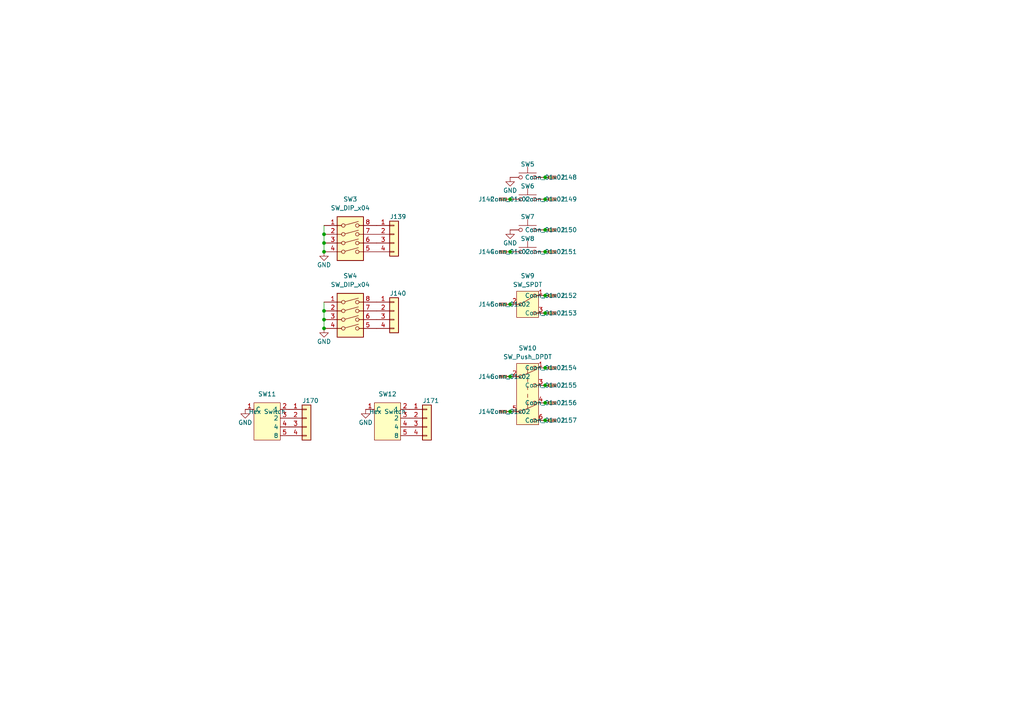
<source format=kicad_sch>
(kicad_sch (version 20231120) (generator "eeschema") (generator_version "8.0")
  (paper "A4")
  (lib_symbols
    (symbol "Connector_Generic:Conn_01x04" (pin_names (offset 1.016) hide)
      (property "Reference" "J" (at 0 5.08 0))
      (property "Value" "Conn_01x04" (at 0 -7.62 0))
      (symbol "Conn_01x04_1_1"
        (rectangle (start -1.27 -4.953) (end 0 -5.207) (stroke (width 0.1524)))
        (rectangle (start -1.27 -2.413) (end 0 -2.667) (stroke (width 0.1524)))
        (rectangle (start -1.27 0.127) (end 0 -0.127) (stroke (width 0.1524)))
        (rectangle (start -1.27 2.667) (end 0 2.413) (stroke (width 0.1524)))
        (rectangle (start -1.27 3.81) (end 1.27 -6.35) (stroke (width 0.254)) (fill (type background)))
        (pin passive line (at -5.08 2.54 0) (length 3.81) (name "Pin_1") (number "1"))
        (pin passive line (at -5.08 0 0) (length 3.81) (name "Pin_2") (number "2"))
        (pin passive line (at -5.08 -2.54 0) (length 3.81) (name "Pin_3") (number "3"))
        (pin passive line (at -5.08 -5.08 0) (length 3.81) (name "Pin_4") (number "4"))
      )
    )
    (symbol "RetroStackLibrary:Conn_01x02_Short" (pin_numbers hide) (pin_names hide)
      (property "Reference" "J" (at 1.27 1.27 0))
      (symbol "Conn_01x02_Short_1_0"
        (pin passive line (at 0 0 0) (length 1) (name "~") (number "1"))
        (pin passive line (at 1.905 0 0) (length 1) (name "~") (number "2"))
      )
      (symbol "Conn_01x02_Short_1_1"
        (rectangle (start 1.016 0.381) (end 3.175 -0.381) (fill (type background)))
      )
    )
    (symbol "RetroStackLibrary:SW_Hexadecimal"
      (property "Reference" "SW" (at 0 3.81 0))
      (symbol "SW_Hexadecimal_1_1"
        (rectangle (start -3.81 2.54) (end 3.81 -8.255) (fill (type background)))
        (pin passive line (at -6.35 0.635 0) (length 2.54) (name "C") (number "1"))
        (pin passive line (at 6.35 0.635 180) (length 2.54) (name "1") (number "2"))
        (pin passive line (at 6.35 -1.905 180) (length 2.54) (name "2") (number "3"))
        (pin passive line (at 6.35 -4.445 180) (length 2.54) (name "4") (number "4"))
        (pin passive line (at 6.35 -6.985 180) (length 2.54) (name "8") (number "5"))
      )
    )
    (symbol "Switch:SW_DIP_x04" (pin_names (offset 0) hide)
      (property "Reference" "SW" (at 0 8.89 0))
      (property "Value" "SW_DIP_x04" (at 0 -6.35 0))
      (symbol "SW_DIP_x04_0_0"
        (circle (center -2.032 -2.54) (radius 0.508))
        (circle (center -2.032 0) (radius 0.508))
        (circle (center -2.032 2.54) (radius 0.508))
        (circle (center -2.032 5.08) (radius 0.508))
        (polyline (pts (xy -1.524 -2.3876) (xy 2.3622 -1.3462)))
        (polyline (pts (xy -1.524 0.127) (xy 2.3622 1.1684)))
        (polyline (pts (xy -1.524 2.667) (xy 2.3622 3.7084)))
        (polyline (pts (xy -1.524 5.207) (xy 2.3622 6.2484)))
        (circle (center 2.032 -2.54) (radius 0.508))
        (circle (center 2.032 0) (radius 0.508))
        (circle (center 2.032 2.54) (radius 0.508))
        (circle (center 2.032 5.08) (radius 0.508))
      )
      (symbol "SW_DIP_x04_0_1"
        (rectangle (start -3.81 7.62) (end 3.81 -5.08) (stroke (width 0.254)) (fill (type background)))
      )
      (symbol "SW_DIP_x04_1_1"
        (pin passive line (at -7.62 5.08 0) (length 5.08) (name "~") (number "1"))
        (pin passive line (at -7.62 2.54 0) (length 5.08) (name "~") (number "2"))
        (pin passive line (at -7.62 0 0) (length 5.08) (name "~") (number "3"))
        (pin passive line (at -7.62 -2.54 0) (length 5.08) (name "~") (number "4"))
        (pin passive line (at 7.62 -2.54 180) (length 5.08) (name "~") (number "5"))
        (pin passive line (at 7.62 0 180) (length 5.08) (name "~") (number "6"))
        (pin passive line (at 7.62 2.54 180) (length 5.08) (name "~") (number "7"))
        (pin passive line (at 7.62 5.08 180) (length 5.08) (name "~") (number "8"))
      )
    )
    (symbol "Switch:SW_Push" (pin_numbers hide) (pin_names (offset 1.016) hide)
      (property "Reference" "SW" (at 1.27 2.54 0))
      (property "Value" "SW_Push" (at 0 -1.524 0))
      (symbol "SW_Push_0_1"
        (circle (center -2.032 0) (radius 0.508))
        (polyline (pts (xy 0 1.27) (xy 0 3.048)))
        (polyline (pts (xy 2.54 1.27) (xy -2.54 1.27)))
        (circle (center 2.032 0) (radius 0.508))
        (pin passive line (at -5.08 0 0) (length 2.54) (name "1") (number "1"))
        (pin passive line (at 5.08 0 180) (length 2.54) (name "2") (number "2"))
      )
    )
    (symbol "Switch:SW_Push_DPDT" (pin_names (offset 0) hide)
      (property "Reference" "SW" (at 0 10.16 0))
      (property "Value" "SW_Push_DPDT" (at 0 -10.16 0))
      (symbol "SW_Push_DPDT_0_0"
        (circle (center -2.032 -5.08) (radius 0.508))
        (circle (center -2.032 5.08) (radius 0.508))
        (circle (center 2.032 -7.62) (radius 0.508))
        (circle (center 2.032 2.54) (radius 0.508))
      )
      (symbol "SW_Push_DPDT_0_1"
        (polyline (pts (xy -1.524 -4.826) (xy 2.3368 -3.0988)))
        (polyline (pts (xy -1.524 5.334) (xy 2.3368 7.0612)))
        (polyline (pts (xy 0 -2.286) (xy 0 -4.064)))
        (polyline (pts (xy 0 -1.016) (xy 0 0)))
        (polyline (pts (xy 0 1.27) (xy 0 2.286)))
        (polyline (pts (xy 0 3.556) (xy 0 4.572)))
        (polyline (pts (xy 0 7.874) (xy 0 6.096)))
        (circle (center 2.032 -2.54) (radius 0.508))
        (circle (center 2.032 7.62) (radius 0.508))
      )
      (symbol "SW_Push_DPDT_1_1"
        (rectangle (start -3.175 8.89) (end 3.175 -8.89) (fill (type background)))
        (pin passive line (at 5.08 7.62 180) (length 2.54) (name "A") (number "1"))
        (pin passive line (at -5.08 5.08 0) (length 2.54) (name "B") (number "2"))
        (pin passive line (at 5.08 2.54 180) (length 2.54) (name "C") (number "3"))
        (pin passive line (at 5.08 -2.54 180) (length 2.54) (name "A") (number "4"))
        (pin passive line (at -5.08 -5.08 0) (length 2.54) (name "B") (number "5"))
        (pin passive line (at 5.08 -7.62 180) (length 2.54) (name "C") (number "6"))
      )
    )
    (symbol "Switch:SW_SPDT" (pin_names (offset 0) hide)
      (property "Reference" "SW" (at 0 5.08 0))
      (property "Value" "SW_SPDT" (at 0 -5.08 0))
      (symbol "SW_SPDT_0_1"
        (circle (center -2.032 0) (radius 0.4572))
        (polyline (pts (xy -1.651 0.254) (xy 1.651 2.286)))
        (circle (center 2.032 -2.54) (radius 0.4572))
        (circle (center 2.032 2.54) (radius 0.4572))
      )
      (symbol "SW_SPDT_1_1"
        (rectangle (start -3.175 3.81) (end 3.175 -3.81) (fill (type background)))
        (pin passive line (at 5.08 2.54 180) (length 2.54) (name "A") (number "1"))
        (pin passive line (at -5.08 0 0) (length 2.54) (name "B") (number "2"))
        (pin passive line (at 5.08 -2.54 180) (length 2.54) (name "C") (number "3"))
      )
    )
    (symbol "power:GND" (power) (pin_names (offset 0))
      (property "Value" "GND" (at 0 -3.81 0))
      (symbol "GND_0_1"
        (polyline (pts (xy 0 0) (xy 0 -1.27) (xy 1.27 -1.27) (xy 0 -2.54) (xy -1.27 -1.27) (xy 0 -1.27)))
      )
      (symbol "GND_1_1"
        (pin power_in line (at 0 0 270) (length 0) hide (name "GND") (number "1"))
      )
    )
  )
  (junction (at 158.115 73.025))
  (junction (at 93.98 70.485))
  (junction (at 158.115 51.435))
  (junction (at 93.98 95.25))
  (junction (at 158.115 116.84))
  (junction (at 158.115 111.76))
  (junction (at 147.955 119.38))
  (junction (at 147.955 109.22))
  (junction (at 158.115 66.675))
  (junction (at 147.955 57.785))
  (junction (at 93.98 67.945))
  (junction (at 147.955 73.025))
  (junction (at 158.115 85.725))
  (junction (at 158.115 90.805))
  (junction (at 147.955 88.265))
  (junction (at 158.115 57.785))
  (junction (at 93.98 73.025))
  (junction (at 158.115 106.68))
  (junction (at 93.98 92.71))
  (junction (at 158.115 121.92))
  (junction (at 93.98 90.17))
  (wire (pts (xy 147.955 73.025) (xy 146.05 73.025)))
  (wire (pts (xy 93.98 65.405) (xy 93.98 67.945)))
  (wire (pts (xy 158.115 85.725) (xy 160.02 85.725)))
  (wire (pts (xy 158.115 116.84) (xy 160.02 116.84)))
  (wire (pts (xy 158.115 73.025) (xy 160.02 73.025)))
  (wire (pts (xy 147.955 119.38) (xy 146.05 119.38)))
  (wire (pts (xy 93.98 92.71) (xy 93.98 95.25)))
  (wire (pts (xy 158.115 121.92) (xy 160.02 121.92)))
  (wire (pts (xy 147.955 109.22) (xy 146.05 109.22)))
  (wire (pts (xy 158.115 111.76) (xy 160.02 111.76)))
  (wire (pts (xy 93.98 67.945) (xy 93.98 70.485)))
  (wire (pts (xy 158.115 57.785) (xy 160.02 57.785)))
  (wire (pts (xy 93.98 70.485) (xy 93.98 73.025)))
  (wire (pts (xy 158.115 106.68) (xy 160.02 106.68)))
  (wire (pts (xy 147.955 88.265) (xy 146.05 88.265)))
  (wire (pts (xy 158.115 90.805) (xy 160.02 90.805)))
  (wire (pts (xy 158.115 66.675) (xy 160.02 66.675)))
  (wire (pts (xy 147.955 57.785) (xy 146.05 57.785)))
  (wire (pts (xy 93.98 90.17) (xy 93.98 92.71)))
  (wire (pts (xy 93.98 87.63) (xy 93.98 90.17)))
  (wire (pts (xy 158.115 51.435) (xy 160.02 51.435)))
  (symbol (lib_id "RetroStackLibrary:Conn_01x02_Short") (at 158.115 66.675 0) (unit 1)
    (property "Reference" "J150" (at 162.56 66.675 0) (effects (justify left)))
    (property "Value" "Conn_01x02" (at 158.115 66.675 0))
    (property "Footprint" "Connector_PinSocket_2.54mm:PinSocket_1x02_P2.54mm_Vertical" (effects (hide yes)))
  )
  (symbol (lib_id "Switch:SW_Push") (at 153.035 73.025 0) (unit 1)
    (property "Reference" "SW8" (at 153.035 69.215 0))
    (property "Value" "SW_Push" (effects (hide yes)))
    (property "Footprint" "RetroStackLibrary:SW_SPST_Push" (effects (hide yes)))
  )
  (symbol (lib_id "Connector_Generic:Conn_01x04") (at 114.3 90.17 0) (unit 1)
    (property "Reference" "J140" (at 113.03 85.09 0) (effects (justify left)))
    (property "Value" "Conn_01x04" (effects (hide yes)))
    (property "Footprint" "Connector_PinSocket_2.54mm:PinSocket_1x04_P2.54mm_Vertical" (effects (hide yes)))
  )
  (symbol (lib_id "RetroStackLibrary:Conn_01x02_Short") (at 147.955 109.22 180) (unit 1)
    (property "Reference" "J146" (at 143.51 109.22 0) (effects (justify left)))
    (property "Value" "Conn_01x02" (at 147.955 109.22 0))
    (property "Footprint" "Connector_PinSocket_2.54mm:PinSocket_1x02_P2.54mm_Vertical" (effects (hide yes)))
  )
  (symbol (lib_id "Connector_Generic:Conn_01x04") (at 114.3 67.945 0) (unit 1)
    (property "Reference" "J139" (at 113.03 62.865 0) (effects (justify left)))
    (property "Value" "Conn_01x04" (effects (hide yes)))
    (property "Footprint" "Connector_PinSocket_2.54mm:PinSocket_1x04_P2.54mm_Vertical" (effects (hide yes)))
  )
  (symbol (lib_id "power:GND") (at 71.12 118.745 0) (unit 1)
    (property "Reference" "#PWR062" (effects (hide yes)))
    (property "Value" "GND" (at 71.12 122.555 0))
  )
  (symbol (lib_id "Switch:SW_SPDT") (at 153.035 88.265 0) (unit 1)
    (property "Reference" "SW9" (at 153.035 80.01 0))
    (property "Value" "SW_SPDT" (at 153.035 82.55 0))
    (property "Footprint" "RetroStackLibrary:SW_SPDT_Toggle" (effects (hide yes)))
  )
  (symbol (lib_id "RetroStackLibrary:Conn_01x02_Short") (at 147.955 119.38 180) (unit 1)
    (property "Reference" "J147" (at 143.51 119.38 0) (effects (justify left)))
    (property "Value" "Conn_01x02" (at 147.955 119.38 0))
    (property "Footprint" "Connector_PinSocket_2.54mm:PinSocket_1x02_P2.54mm_Vertical" (effects (hide yes)))
  )
  (symbol (lib_id "Switch:SW_DIP_x04") (at 101.6 92.71 0) (unit 1)
    (property "Reference" "SW4" (at 101.6 80.01 0))
    (property "Value" "SW_DIP_x04" (at 101.6 82.55 0))
    (property "Footprint" "Package_DIP:DIP-8_W7.62mm" (effects (hide yes)))
  )
  (symbol (lib_id "RetroStackLibrary:SW_Hexadecimal") (at 112.395 119.38 0) (unit 1)
    (property "Reference" "SW12" (at 112.395 114.3 0))
    (property "Value" "Hex Switch" (at 112.395 119.38 0))
    (property "Footprint" "RetroStackLibrary:SW_Hexadecimal_Horizontal" (effects (hide yes)))
    (property "Datasheet" "https://www.ckswitches.com/media/1333/cd.pdf" (effects (hide yes)))
  )
  (symbol (lib_id "power:GND") (at 147.955 66.675 0) (unit 1)
    (property "Reference" "#PWR064" (effects (hide yes)))
    (property "Value" "GND" (at 147.955 70.485 0))
  )
  (symbol (lib_id "Connector_Generic:Conn_01x04") (at 88.9 121.285 0) (unit 1)
    (property "Reference" "J170" (at 87.63 116.205 0) (effects (justify left)))
    (property "Value" "Conn_01x04" (effects (hide yes)))
    (property "Footprint" "Connector_PinSocket_2.54mm:PinSocket_1x04_P2.54mm_Vertical" (effects (hide yes)))
  )
  (symbol (lib_id "RetroStackLibrary:Conn_01x02_Short") (at 158.115 51.435 0) (unit 1)
    (property "Reference" "J148" (at 162.56 51.435 0) (effects (justify left)))
    (property "Value" "Conn_01x02" (at 158.115 51.435 0))
    (property "Footprint" "Connector_PinSocket_2.54mm:PinSocket_1x02_P2.54mm_Vertical" (effects (hide yes)))
  )
  (symbol (lib_id "Switch:SW_DIP_x04") (at 101.6 70.485 0) (unit 1)
    (property "Reference" "SW3" (at 101.6 57.785 0))
    (property "Value" "SW_DIP_x04" (at 101.6 60.325 0))
    (property "Footprint" "Package_DIP:DIP-8_W7.62mm" (effects (hide yes)))
  )
  (symbol (lib_id "Connector_Generic:Conn_01x04") (at 123.825 121.285 0) (unit 1)
    (property "Reference" "J171" (at 122.555 116.205 0) (effects (justify left)))
    (property "Value" "Conn_01x04" (effects (hide yes)))
    (property "Footprint" "Connector_PinSocket_2.54mm:PinSocket_1x04_P2.54mm_Vertical" (effects (hide yes)))
  )
  (symbol (lib_id "power:GND") (at 93.98 95.25 0) (unit 1)
    (property "Reference" "#PWR049" (effects (hide yes)))
    (property "Value" "GND" (at 93.98 99.06 0))
  )
  (symbol (lib_id "RetroStackLibrary:Conn_01x02_Short") (at 158.115 57.785 0) (unit 1)
    (property "Reference" "J149" (at 162.56 57.785 0) (effects (justify left)))
    (property "Value" "Conn_01x02" (at 158.115 57.785 0))
    (property "Footprint" "Connector_PinSocket_2.54mm:PinSocket_1x02_P2.54mm_Vertical" (effects (hide yes)))
  )
  (symbol (lib_id "power:GND") (at 93.98 73.025 0) (unit 1)
    (property "Reference" "#PWR048" (effects (hide yes)))
    (property "Value" "GND" (at 93.98 76.835 0))
  )
  (symbol (lib_id "RetroStackLibrary:Conn_01x02_Short") (at 158.115 111.76 0) (unit 1)
    (property "Reference" "J155" (at 162.56 111.76 0) (effects (justify left)))
    (property "Value" "Conn_01x02" (at 158.115 111.76 0))
    (property "Footprint" "Connector_PinSocket_2.54mm:PinSocket_1x02_P2.54mm_Vertical" (effects (hide yes)))
  )
  (symbol (lib_id "RetroStackLibrary:Conn_01x02_Short") (at 158.115 121.92 0) (unit 1)
    (property "Reference" "J157" (at 162.56 121.92 0) (effects (justify left)))
    (property "Value" "Conn_01x02" (at 158.115 121.92 0))
    (property "Footprint" "Connector_PinSocket_2.54mm:PinSocket_1x02_P2.54mm_Vertical" (effects (hide yes)))
  )
  (symbol (lib_id "power:GND") (at 106.045 118.745 0) (unit 1)
    (property "Reference" "#PWR061" (effects (hide yes)))
    (property "Value" "GND" (at 106.045 122.555 0))
  )
  (symbol (lib_id "RetroStackLibrary:Conn_01x02_Short") (at 147.955 57.785 180) (unit 1)
    (property "Reference" "J142" (at 143.51 57.785 0) (effects (justify left)))
    (property "Value" "Conn_01x02" (at 147.955 57.785 0))
    (property "Footprint" "Connector_PinSocket_2.54mm:PinSocket_1x02_P2.54mm_Vertical" (effects (hide yes)))
  )
  (symbol (lib_id "Switch:SW_Push") (at 153.035 57.785 0) (unit 1)
    (property "Reference" "SW6" (at 153.035 53.975 0))
    (property "Value" "SW_Push" (effects (hide yes)))
    (property "Footprint" "RetroStackLibrary:SW_SPST_Push" (effects (hide yes)))
  )
  (symbol (lib_id "Switch:SW_Push_DPDT") (at 153.035 114.3 0) (unit 1)
    (property "Reference" "SW10" (at 153.035 100.965 0))
    (property "Value" "SW_Push_DPDT" (at 153.035 103.505 0))
    (property "Footprint" "RetroStackLibrary:SW_DPDT_Slide_RightAngle" (effects (hide yes)))
  )
  (symbol (lib_id "power:GND") (at 147.955 51.435 0) (unit 1)
    (property "Reference" "#PWR063" (effects (hide yes)))
    (property "Value" "GND" (at 147.955 55.245 0))
  )
  (symbol (lib_id "Switch:SW_Push") (at 153.035 51.435 0) (unit 1)
    (property "Reference" "SW5" (at 153.035 47.625 0))
    (property "Value" "SW_Push" (effects (hide yes)))
    (property "Footprint" "RetroStackLibrary:SW_SPST_Push" (effects (hide yes)))
  )
  (symbol (lib_id "RetroStackLibrary:Conn_01x02_Short") (at 158.115 90.805 0) (unit 1)
    (property "Reference" "J153" (at 162.56 90.805 0) (effects (justify left)))
    (property "Value" "Conn_01x02" (at 158.115 90.805 0))
    (property "Footprint" "Connector_PinSocket_2.54mm:PinSocket_1x02_P2.54mm_Vertical" (effects (hide yes)))
  )
  (symbol (lib_id "RetroStackLibrary:SW_Hexadecimal") (at 77.47 119.38 0) (unit 1)
    (property "Reference" "SW11" (at 77.47 114.3 0))
    (property "Value" "Hex Switch" (at 77.47 119.38 0))
    (property "Footprint" "RetroStackLibrary:SW_Hexadecimal_Horizontal" (effects (hide yes)))
    (property "Datasheet" "https://www.ckswitches.com/media/1333/cd.pdf" (effects (hide yes)))
  )
  (symbol (lib_id "RetroStackLibrary:Conn_01x02_Short") (at 158.115 116.84 0) (unit 1)
    (property "Reference" "J156" (at 162.56 116.84 0) (effects (justify left)))
    (property "Value" "Conn_01x02" (at 158.115 116.84 0))
    (property "Footprint" "Connector_PinSocket_2.54mm:PinSocket_1x02_P2.54mm_Vertical" (effects (hide yes)))
  )
  (symbol (lib_id "RetroStackLibrary:Conn_01x02_Short") (at 158.115 73.025 0) (unit 1)
    (property "Reference" "J151" (at 162.56 73.025 0) (effects (justify left)))
    (property "Value" "Conn_01x02" (at 158.115 73.025 0))
    (property "Footprint" "Connector_PinSocket_2.54mm:PinSocket_1x02_P2.54mm_Vertical" (effects (hide yes)))
  )
  (symbol (lib_id "RetroStackLibrary:Conn_01x02_Short") (at 147.955 88.265 180) (unit 1)
    (property "Reference" "J145" (at 143.51 88.265 0) (effects (justify left)))
    (property "Value" "Conn_01x02" (at 147.955 88.265 0))
    (property "Footprint" "Connector_PinSocket_2.54mm:PinSocket_1x02_P2.54mm_Vertical" (effects (hide yes)))
  )
  (symbol (lib_id "RetroStackLibrary:Conn_01x02_Short") (at 147.955 73.025 180) (unit 1)
    (property "Reference" "J144" (at 143.51 73.025 0) (effects (justify left)))
    (property "Value" "Conn_01x02" (at 147.955 73.025 0))
    (property "Footprint" "Connector_PinSocket_2.54mm:PinSocket_1x02_P2.54mm_Vertical" (effects (hide yes)))
  )
  (symbol (lib_id "RetroStackLibrary:Conn_01x02_Short") (at 158.115 106.68 0) (unit 1)
    (property "Reference" "J154" (at 162.56 106.68 0) (effects (justify left)))
    (property "Value" "Conn_01x02" (at 158.115 106.68 0))
    (property "Footprint" "Connector_PinSocket_2.54mm:PinSocket_1x02_P2.54mm_Vertical" (effects (hide yes)))
  )
  (symbol (lib_id "RetroStackLibrary:Conn_01x02_Short") (at 158.115 85.725 0) (unit 1)
    (property "Reference" "J152" (at 162.56 85.725 0) (effects (justify left)))
    (property "Value" "Conn_01x02" (at 158.115 85.725 0))
    (property "Footprint" "Connector_PinSocket_2.54mm:PinSocket_1x02_P2.54mm_Vertical" (effects (hide yes)))
  )
  (symbol (lib_id "Switch:SW_Push") (at 153.035 66.675 0) (unit 1)
    (property "Reference" "SW7" (at 153.035 62.865 0))
    (property "Value" "SW_Push" (effects (hide yes)))
    (property "Footprint" "RetroStackLibrary:SW_SPST_Push" (effects (hide yes)))
  )
)
</source>
